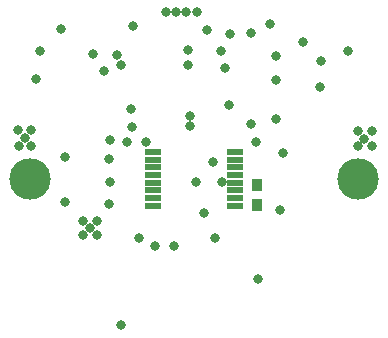
<source format=gbs>
G04*
G04 #@! TF.GenerationSoftware,Altium Limited,Altium Designer,20.0.13 (296)*
G04*
G04 Layer_Color=16711935*
%FSLAX24Y24*%
%MOIN*%
G70*
G01*
G75*
%ADD54R,0.0380X0.0430*%
%ADD71C,0.1379*%
%ADD72C,0.0316*%
G04:AMPARAMS|DCode=81|XSize=55.2mil|YSize=21.8mil|CornerRadius=7.4mil|HoleSize=0mil|Usage=FLASHONLY|Rotation=180.000|XOffset=0mil|YOffset=0mil|HoleType=Round|Shape=RoundedRectangle|*
%AMROUNDEDRECTD81*
21,1,0.0552,0.0069,0,0,180.0*
21,1,0.0404,0.0218,0,0,180.0*
1,1,0.0149,-0.0202,0.0034*
1,1,0.0149,0.0202,0.0034*
1,1,0.0149,0.0202,-0.0034*
1,1,0.0149,-0.0202,-0.0034*
%
%ADD81ROUNDEDRECTD81*%
D54*
X44000Y20200D02*
D03*
Y19510D02*
D03*
D71*
X47372Y20400D02*
D03*
X36428D02*
D03*
D72*
X47570Y21740D02*
D03*
X47820Y21500D02*
D03*
Y21980D02*
D03*
X47350Y21500D02*
D03*
Y21980D02*
D03*
X36250Y21760D02*
D03*
X36470Y21490D02*
D03*
Y22010D02*
D03*
X36060Y21490D02*
D03*
X36040Y22020D02*
D03*
X41700Y24690D02*
D03*
X41688Y24207D02*
D03*
X41780Y22490D02*
D03*
Y22170D02*
D03*
X42940Y24080D02*
D03*
X42781Y24651D02*
D03*
X39830Y22120D02*
D03*
X40300Y21625D02*
D03*
X39678D02*
D03*
X39450Y15520D02*
D03*
X39100Y21700D02*
D03*
X36640Y23710D02*
D03*
X37460Y25380D02*
D03*
X39860Y25480D02*
D03*
X47040Y24650D02*
D03*
X43795Y22227D02*
D03*
X43970Y21630D02*
D03*
X44760Y19360D02*
D03*
X42830Y20300D02*
D03*
X42610Y18420D02*
D03*
X44030Y17070D02*
D03*
X38910Y23990D02*
D03*
X38520Y24550D02*
D03*
X43811Y25264D02*
D03*
X39790Y22730D02*
D03*
X44436Y25550D02*
D03*
X46140Y24340D02*
D03*
X44630Y22400D02*
D03*
X40612Y18153D02*
D03*
X41225D02*
D03*
X40070Y18440D02*
D03*
X38650Y18990D02*
D03*
X38210D02*
D03*
X38420Y18770D02*
D03*
X38210Y18530D02*
D03*
X38650D02*
D03*
X45530Y24950D02*
D03*
X43097Y25212D02*
D03*
X42315Y25370D02*
D03*
X41950Y20300D02*
D03*
X42540Y20950D02*
D03*
X43060Y22865D02*
D03*
X46100Y23446D02*
D03*
X42225Y19246D02*
D03*
X36780Y24670D02*
D03*
X39450Y24180D02*
D03*
X39341Y24513D02*
D03*
X41630Y25950D02*
D03*
X41990D02*
D03*
X40970D02*
D03*
X41300D02*
D03*
X44630Y23690D02*
D03*
Y24495D02*
D03*
X37590Y19610D02*
D03*
X37600Y21130D02*
D03*
X39070Y19550D02*
D03*
X39100Y20280D02*
D03*
X39075Y21055D02*
D03*
X44850Y21250D02*
D03*
D81*
X43278Y19504D02*
D03*
X40522D02*
D03*
X43278Y21296D02*
D03*
Y21040D02*
D03*
Y20784D02*
D03*
Y20528D02*
D03*
Y20272D02*
D03*
Y20016D02*
D03*
Y19760D02*
D03*
X40522D02*
D03*
Y20016D02*
D03*
Y20272D02*
D03*
Y20528D02*
D03*
Y20784D02*
D03*
Y21040D02*
D03*
Y21296D02*
D03*
M02*

</source>
